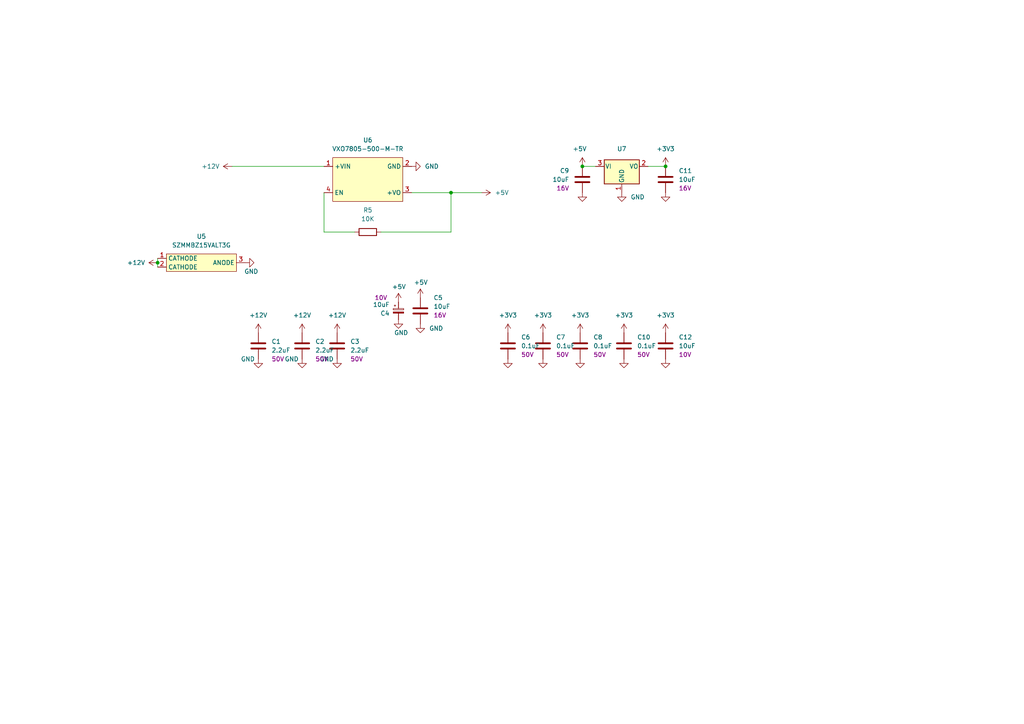
<source format=kicad_sch>
(kicad_sch (version 20211123) (generator eeschema)
  (paper "A4")
  (lib_symbols
    (symbol "Converter_DCDC:VXO7805-500-M-TR"
      (property "Reference" "U" (at 0 0 0))
      (property "Value" "VXO7805-500-M-TR" (at 0 8.89 0))
      (symbol "VXO7805-500-M-TR_0_1"
        (rectangle (start -10.16 6.35) (end 10.16 -6.35) (fill (type background)))
        (pin power_in line (at -12.7 3.81 0) (length 2.54) (name "+VIN") (number "1"))
        (pin power_in line (at 12.7 3.81 180) (length 2.54) (name "GND") (number "2"))
        (pin power_out line (at 12.7 -3.81 180) (length 2.54) (name "+VO") (number "3"))
        (pin input line (at -12.7 -3.81 0) (length 2.54) (name "EN") (number "4"))
      )
    )
    (symbol "Device:C" (pin_numbers hide) (pin_names (offset 0.254))
      (property "Reference" "C" (at 0.635 2.54 0))
      (property "Value" "C" (at 0.635 -2.54 0))
      (symbol "C_0_1"
        (polyline (pts (xy -2.032 -0.762) (xy 2.032 -0.762)) (stroke (width 0.508)))
        (polyline (pts (xy -2.032 0.762) (xy 2.032 0.762)) (stroke (width 0.508)))
      )
      (symbol "C_1_1"
        (pin passive line (at 0 3.81 270) (length 2.794) (name "~") (number "1"))
        (pin passive line (at 0 -3.81 90) (length 2.794) (name "~") (number "2"))
      )
    )
    (symbol "Device:C_Polarized_Small" (pin_numbers hide) (pin_names (offset 0.254) hide)
      (property "Reference" "C" (at 0.254 1.778 0))
      (property "Value" "C_Polarized_Small" (at 0.254 -2.032 0))
      (symbol "C_Polarized_Small_0_1"
        (rectangle (start -1.524 -0.3048) (end 1.524 -0.6858) (fill (type outline)))
        (rectangle (start -1.524 0.6858) (end 1.524 0.3048))
        (polyline (pts (xy -1.27 1.524) (xy -0.762 1.524)))
        (polyline (pts (xy -1.016 1.27) (xy -1.016 1.778)))
      )
      (symbol "C_Polarized_Small_1_1"
        (pin passive line (at 0 2.54 270) (length 1.8542) (name "~") (number "1"))
        (pin passive line (at 0 -2.54 90) (length 1.8542) (name "~") (number "2"))
      )
    )
    (symbol "Device:R" (pin_numbers hide) (pin_names (offset 0))
      (property "Reference" "R" (at 2.032 0 90))
      (property "Value" "R" (at 0 0 90))
      (symbol "R_0_1"
        (rectangle (start -1.016 -2.54) (end 1.016 2.54) (stroke (width 0.254)))
      )
      (symbol "R_1_1"
        (pin passive line (at 0 3.81 270) (length 1.27) (name "~") (number "1"))
        (pin passive line (at 0 -3.81 90) (length 1.27) (name "~") (number "2"))
      )
    )
    (symbol "Power_Protection:SZMMBZ15VALT3G"
      (property "Reference" "U" (at 0 0 0))
      (property "Value" "SZMMBZ15VALT3G" (at 0 0 0))
      (symbol "SZMMBZ15VALT3G_0_1"
        (rectangle (start -10.16 -1.27) (end 10.16 -6.35) (fill (type background)))
        (pin input line (at -12.7 -2.54 0) (length 2.54) (name "CATHODE") (number "1"))
        (pin input line (at -12.7 -5.08 0) (length 2.54) (name "CATHODE") (number "2"))
        (pin input line (at 12.7 -3.81 180) (length 2.54) (name "ANODE") (number "3"))
      )
    )
    (symbol "Regulator_Linear:NCP1117LPST33T3G" (pin_names (offset 0.254))
      (property "Reference" "U" (at -3.81 3.175 0))
      (symbol "NCP1117LPST33T3G_0_1"
        (rectangle (start -5.08 -5.08) (end 5.08 1.905) (stroke (width 0.254)) (fill (type background)))
      )
      (symbol "NCP1117LPST33T3G_1_1"
        (pin power_in line (at 0 -7.62 90) (length 2.54) (name "GND") (number "1"))
        (pin power_out line (at 7.62 0 180) (length 2.54) (name "VO") (number "2"))
        (pin power_in line (at -7.62 0 0) (length 2.54) (name "VI") (number "3"))
      )
    )
    (symbol "power:+12V" (power) (pin_names (offset 0))
      (property "Value" "+12V" (at 0 3.556 0))
      (symbol "+12V_0_1"
        (polyline (pts (xy -0.762 1.27) (xy 0 2.54)))
        (polyline (pts (xy 0 0) (xy 0 2.54)))
        (polyline (pts (xy 0 2.54) (xy 0.762 1.27)))
      )
      (symbol "+12V_1_1"
        (pin power_in line (at 0 0 90) (length 0) hide (name "+12V") (number "1"))
      )
    )
    (symbol "power:+3V3" (power) (pin_names (offset 0))
      (property "Value" "+3V3" (at 0 3.556 0))
      (symbol "+3V3_0_1"
        (polyline (pts (xy -0.762 1.27) (xy 0 2.54)))
        (polyline (pts (xy 0 0) (xy 0 2.54)))
        (polyline (pts (xy 0 2.54) (xy 0.762 1.27)))
      )
      (symbol "+3V3_1_1"
        (pin power_in line (at 0 0 90) (length 0) hide (name "+3V3") (number "1"))
      )
    )
    (symbol "power:+5V" (power) (pin_names (offset 0))
      (property "Value" "+5V" (at 0 3.556 0))
      (symbol "+5V_0_1"
        (polyline (pts (xy -0.762 1.27) (xy 0 2.54)))
        (polyline (pts (xy 0 0) (xy 0 2.54)))
        (polyline (pts (xy 0 2.54) (xy 0.762 1.27)))
      )
      (symbol "+5V_1_1"
        (pin power_in line (at 0 0 90) (length 0) hide (name "+5V") (number "1"))
      )
    )
    (symbol "power:GND" (power) (pin_names (offset 0))
      (property "Value" "GND" (at 0 -3.81 0))
      (symbol "GND_0_1"
        (polyline (pts (xy 0 0) (xy 0 -1.27) (xy 1.27 -1.27) (xy 0 -2.54) (xy -1.27 -1.27) (xy 0 -1.27)))
      )
      (symbol "GND_1_1"
        (pin power_in line (at 0 0 270) (length 0) hide (name "GND") (number "1"))
      )
    )
  )
  (junction (at 168.91 48.26))
  (junction (at 45.72 76.2))
  (junction (at 130.81 55.88))
  (junction (at 193.04 48.26))
  (wire (pts (xy 168.91 48.26) (xy 172.72 48.26)))
  (wire (pts (xy 45.72 74.93) (xy 45.72 76.2)))
  (wire (pts (xy 119.38 55.88) (xy 130.81 55.88)))
  (wire (pts (xy 130.81 55.88) (xy 139.7 55.88)))
  (wire (pts (xy 67.31 48.26) (xy 93.98 48.26)))
  (wire (pts (xy 187.96 48.26) (xy 193.04 48.26)))
  (wire (pts (xy 130.81 67.31) (xy 130.81 55.88)))
  (wire (pts (xy 93.98 55.88) (xy 93.98 67.31)))
  (wire (pts (xy 93.98 67.31) (xy 102.87 67.31)))
  (wire (pts (xy 45.72 76.2) (xy 45.72 77.47)))
  (wire (pts (xy 110.49 67.31) (xy 130.81 67.31)))
  (symbol (lib_id "power:+3V3") (at 147.32 96.52 0) (unit 1)
    (property "Reference" "#PWR028" (effects hide))
    (property "Value" "+3V3" (at 147.32 91.44 0))
  )
  (symbol (lib_id "power:+3V3") (at 180.975 96.52 0) (unit 1)
    (property "Reference" "#PWR037" (effects hide))
    (property "Value" "+3V3" (at 180.975 91.44 0))
  )
  (symbol (lib_id "power:+5V") (at 168.91 48.26 0) (unit 1)
    (property "Reference" "#PWR034" (effects hide))
    (property "Value" "+5V" (at 170.18 43.18 0) (effects (justify right)))
  )
  (symbol (lib_id "power:GND") (at 157.48 104.14 0) (unit 1)
    (property "Reference" "#PWR031" (effects hide))
    (property "Value" "GND" (effects hide))
  )
  (symbol (lib_id "power:+12V") (at 97.79 96.52 0) (unit 1)
    (property "Reference" "#PWR020" (effects hide))
    (property "Value" "+12V" (at 97.79 91.44 0))
  )
  (symbol (lib_id "power:+12V") (at 45.72 76.2 90) (unit 1)
    (property "Reference" "#PWR013" (effects hide))
    (property "Value" "+12V" (at 36.83 76.2 90) (effects (justify right)))
  )
  (symbol (lib_id "Power_Protection:SZMMBZ15VALT3G") (at 58.42 72.39 0) (unit 1)
    (property "Reference" "U5" (at 58.42 68.58 0))
    (property "Value" "SZMMBZ15VALT3G" (at 58.42 71.12 0))
    (property "Footprint" "Package_TO_SOT_SMD:TSOT-23" (effects hide))
    (property "Datasheet" "https://www.onsemi.com/pdf/datasheet/mmbz5v6alt1-d.pdf" (effects hide))
  )
  (symbol (lib_id "Device:C") (at 74.93 100.33 0) (unit 1)
    (property "Reference" "C1" (at 78.74 99.0599 0) (effects (justify left)))
    (property "Value" "2.2uF" (at 78.74 101.5999 0) (effects (justify left)))
    (property "Footprint" "Capacitor_SMD:C_0805_2012Metric" (effects hide))
    (property "Rated Voltage" "50V" (at 78.74 104.14 0) (effects (justify left)))
  )
  (symbol (lib_id "Device:C") (at 180.975 100.33 0) (unit 1)
    (property "Reference" "C10" (at 184.785 97.7899 0) (effects (justify left)))
    (property "Value" "0.1uF" (at 184.785 100.3299 0) (effects (justify left)))
    (property "Footprint" "Capacitor_SMD:C_0805_2012Metric" (effects hide))
    (property "Rated Voltage" "50V" (at 184.785 102.87 0) (effects (justify left)))
  )
  (symbol (lib_id "power:+3V3") (at 193.04 96.52 0) (unit 1)
    (property "Reference" "#PWR041" (effects hide))
    (property "Value" "+3V3" (at 193.04 91.44 0))
  )
  (symbol (lib_id "Device:C") (at 87.63 100.33 0) (unit 1)
    (property "Reference" "C2" (at 91.44 99.0599 0) (effects (justify left)))
    (property "Value" "2.2uF" (at 91.44 101.5999 0) (effects (justify left)))
    (property "Footprint" "Capacitor_SMD:C_0805_2012Metric" (effects hide))
    (property "Rated Voltage" "50V" (at 91.44 104.14 0) (effects (justify left)))
  )
  (symbol (lib_id "Device:C") (at 168.91 52.07 0) (unit 1)
    (property "Reference" "C9" (at 165.1 49.5299 0) (effects (justify right)))
    (property "Value" "10uF" (at 165.1 52.0699 0) (effects (justify right)))
    (property "Footprint" "Capacitor_SMD:C_0805_2012Metric" (effects hide))
    (property "Rated Voltage" "16V" (at 165.1 54.61 0) (effects (justify right)))
  )
  (symbol (lib_id "power:+3V3") (at 193.04 48.26 0) (unit 1)
    (property "Reference" "#PWR039" (effects hide))
    (property "Value" "+3V3" (at 193.04 43.18 0))
  )
  (symbol (lib_id "power:+5V") (at 115.57 87.63 0) (unit 1)
    (property "Reference" "#PWR022" (effects hide))
    (property "Value" "+5V" (at 113.665 83.185 0) (effects (justify left)))
  )
  (symbol (lib_id "power:+12V") (at 87.63 96.52 0) (unit 1)
    (property "Reference" "#PWR018" (effects hide))
    (property "Value" "+12V" (at 87.63 91.44 0))
  )
  (symbol (lib_id "power:GND") (at 97.79 104.14 0) (unit 1)
    (property "Reference" "#PWR021" (effects hide))
    (property "Value" "GND" (at 92.71 104.14 0) (effects (justify left)))
  )
  (symbol (lib_id "Device:C") (at 147.32 100.33 0) (unit 1)
    (property "Reference" "C6" (at 151.13 97.7899 0) (effects (justify left)))
    (property "Value" "0.1uF" (at 151.13 100.3299 0) (effects (justify left)))
    (property "Footprint" "Capacitor_SMD:C_0805_2012Metric" (effects hide))
    (property "Rated Voltage" "50V" (at 151.13 102.87 0) (effects (justify left)))
  )
  (symbol (lib_id "Device:C") (at 157.48 100.33 0) (unit 1)
    (property "Reference" "C7" (at 161.29 97.7899 0) (effects (justify left)))
    (property "Value" "0.1uF" (at 161.29 100.3299 0) (effects (justify left)))
    (property "Footprint" "Capacitor_SMD:C_0805_2012Metric" (effects hide))
    (property "Rated Voltage" "50V" (at 161.29 102.87 0) (effects (justify left)))
  )
  (symbol (lib_id "power:+5V") (at 139.7 55.88 270) (unit 1)
    (property "Reference" "#PWR027" (effects hide))
    (property "Value" "+5V" (at 143.51 55.8799 90) (effects (justify left)))
  )
  (symbol (lib_id "power:GND") (at 71.12 76.2 90) (unit 1)
    (property "Reference" "#PWR015" (effects hide))
    (property "Value" "GND" (at 74.93 78.74 90) (effects (justify left)))
  )
  (symbol (lib_id "power:GND") (at 119.38 48.26 90) (unit 1)
    (property "Reference" "#PWR024" (effects hide))
    (property "Value" "GND" (at 123.19 48.2599 90) (effects (justify right)))
  )
  (symbol (lib_id "power:GND") (at 121.92 93.98 0) (unit 1)
    (property "Reference" "#PWR026" (effects hide))
    (property "Value" "GND" (at 124.46 95.2499 0) (effects (justify left)))
  )
  (symbol (lib_id "Device:C_Polarized_Small") (at 115.57 90.17 0) (unit 1)
    (property "Reference" "C4" (at 113.03 90.894 0) (effects (justify right)))
    (property "Value" "10uF" (at 113.03 88.354 0) (effects (justify right)))
    (property "Footprint" "Capacitor_Tantalum_SMD:CP_EIA-6032-20_AVX-F" (effects hide))
    (property "Voltage" "10V" (at 110.49 86.36 0))
  )
  (symbol (lib_id "power:GND") (at 180.34 55.88 0) (unit 1)
    (property "Reference" "#PWR036" (effects hide))
    (property "Value" "GND" (at 182.88 57.1499 0) (effects (justify left)))
  )
  (symbol (lib_id "power:GND") (at 147.32 104.14 0) (unit 1)
    (property "Reference" "#PWR029" (effects hide))
    (property "Value" "GND" (effects hide))
  )
  (symbol (lib_id "power:GND") (at 180.975 104.14 0) (unit 1)
    (property "Reference" "#PWR038" (effects hide))
    (property "Value" "GND" (effects hide))
  )
  (symbol (lib_id "Device:C") (at 97.79 100.33 0) (unit 1)
    (property "Reference" "C3" (at 101.6 99.0599 0) (effects (justify left)))
    (property "Value" "2.2uF" (at 101.6 101.5999 0) (effects (justify left)))
    (property "Footprint" "Capacitor_SMD:C_0805_2012Metric" (effects hide))
    (property "Rated Voltage" "50V" (at 101.6 104.14 0) (effects (justify left)))
  )
  (symbol (lib_id "power:GND") (at 193.04 55.88 0) (unit 1)
    (property "Reference" "#PWR040" (effects hide))
    (property "Value" "GND" (effects hide))
  )
  (symbol (lib_id "power:+12V") (at 67.31 48.26 90) (unit 1)
    (property "Reference" "#PWR014" (effects hide))
    (property "Value" "+12V" (at 58.42 48.26 90) (effects (justify right)))
  )
  (symbol (lib_id "Device:C") (at 193.04 52.07 0) (unit 1)
    (property "Reference" "C11" (at 196.85 49.5299 0) (effects (justify left)))
    (property "Value" "10uF" (at 196.85 52.0699 0) (effects (justify left)))
    (property "Footprint" "Capacitor_SMD:C_0805_2012Metric" (effects hide))
    (property "Rated Voltage" "16V" (at 196.85 54.61 0) (effects (justify left)))
  )
  (symbol (lib_id "power:GND") (at 87.63 104.14 0) (unit 1)
    (property "Reference" "#PWR019" (effects hide))
    (property "Value" "GND" (at 82.55 104.14 0) (effects (justify left)))
  )
  (symbol (lib_id "power:GND") (at 193.04 104.14 0) (unit 1)
    (property "Reference" "#PWR042" (effects hide))
    (property "Value" "GND" (effects hide))
  )
  (symbol (lib_id "power:+12V") (at 74.93 96.52 0) (unit 1)
    (property "Reference" "#PWR016" (effects hide))
    (property "Value" "+12V" (at 74.93 91.44 0))
  )
  (symbol (lib_id "Device:R") (at 106.68 67.31 270) (unit 1)
    (property "Reference" "R5" (at 106.68 60.96 90))
    (property "Value" "10K" (at 106.68 63.5 90))
    (property "Footprint" "Resistor_SMD:R_0805_2012Metric" (effects hide))
  )
  (symbol (lib_id "Device:C") (at 121.92 90.17 0) (unit 1)
    (property "Reference" "C5" (at 125.73 86.3599 0) (effects (justify left)))
    (property "Value" "10uF" (at 125.73 88.8999 0) (effects (justify left)))
    (property "Footprint" "Capacitor_SMD:C_0805_2012Metric" (effects hide))
    (property "Rated Voltage" "16V" (at 125.73 91.44 0) (effects (justify left)))
  )
  (symbol (lib_id "power:+3V3") (at 157.48 96.52 0) (unit 1)
    (property "Reference" "#PWR030" (effects hide))
    (property "Value" "+3V3" (at 157.48 91.44 0))
  )
  (symbol (lib_id "Device:C") (at 193.04 100.33 0) (unit 1)
    (property "Reference" "C12" (at 196.85 97.7899 0) (effects (justify left)))
    (property "Value" "10uF" (at 196.85 100.3299 0) (effects (justify left)))
    (property "Footprint" "Capacitor_SMD:C_0805_2012Metric" (effects hide))
    (property "Rated Voltage" "10V" (at 196.85 102.87 0) (effects (justify left)))
  )
  (symbol (lib_id "Converter_DCDC:VXO7805-500-M-TR") (at 106.68 52.07 0) (unit 1)
    (property "Reference" "U6" (at 106.68 40.64 0))
    (property "Value" "VXO7805-500-M-TR" (at 106.68 43.18 0))
    (property "Footprint" "kicadlibrary:VXO7805-500-M-TR" (effects hide))
    (property "Datasheet" "https://www.cui.com/product/resource/vxo78-500-m.pdf" (effects hide))
  )
  (symbol (lib_id "power:+5V") (at 121.92 86.36 0) (unit 1)
    (property "Reference" "#PWR025" (effects hide))
    (property "Value" "+5V" (at 120.015 81.915 0) (effects (justify left)))
  )
  (symbol (lib_id "power:+3V3") (at 168.275 96.52 0) (unit 1)
    (property "Reference" "#PWR032" (effects hide))
    (property "Value" "+3V3" (at 168.275 91.44 0))
  )
  (symbol (lib_id "power:GND") (at 74.93 104.14 0) (unit 1)
    (property "Reference" "#PWR017" (effects hide))
    (property "Value" "GND" (at 69.85 104.14 0) (effects (justify left)))
  )
  (symbol (lib_id "Device:C") (at 168.275 100.33 0) (unit 1)
    (property "Reference" "C8" (at 172.085 97.7899 0) (effects (justify left)))
    (property "Value" "0.1uF" (at 172.085 100.3299 0) (effects (justify left)))
    (property "Footprint" "Capacitor_SMD:C_0805_2012Metric" (effects hide))
    (property "Rated Voltage" "50V" (at 172.085 102.87 0) (effects (justify left)))
  )
  (symbol (lib_id "power:GND") (at 115.57 92.71 0) (unit 1)
    (property "Reference" "#PWR023" (effects hide))
    (property "Value" "GND" (at 114.3 96.52 0) (effects (justify left)))
  )
  (symbol (lib_id "power:GND") (at 168.275 104.14 0) (unit 1)
    (property "Reference" "#PWR033" (effects hide))
    (property "Value" "GND" (effects hide))
  )
  (symbol (lib_id "Regulator_Linear:NCP1117LPST33T3G") (at 180.34 48.26 0) (unit 1)
    (property "Reference" "U7" (at 180.34 43.18 0))
    (property "Value" "NCP1117LPST33T3G" (effects hide))
    (property "Footprint" "Package_TO_SOT_SMD:SOT-223-3_TabPin2" (effects hide))
    (property "Datasheet" "https://www.onsemi.com/pdf/datasheet/ncp1117lp-d.pdf" (effects hide))
    (property "Spice_Primitive" "V" (effects hide))
    (property "Spice_Model" "dc 3.3" (effects hide))
    (property "Spice_Netlist_Enabled" "Y" (effects hide))
  )
  (symbol (lib_id "power:GND") (at 168.91 55.88 0) (unit 1)
    (property "Reference" "#PWR035" (effects hide))
    (property "Value" "GND" (effects hide))
  )
)
</source>
